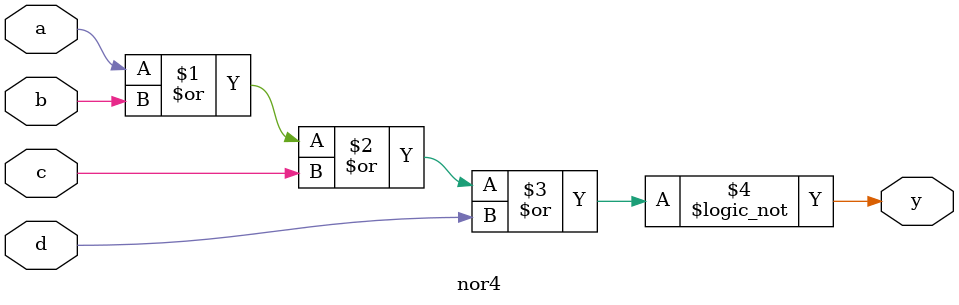
<source format=v>
`timescale 1ns / 1ps


module nor4(
    input wire a, b, c, d,
    output wire y
);
assign y = !(a|b|c|d);
endmodule

</source>
